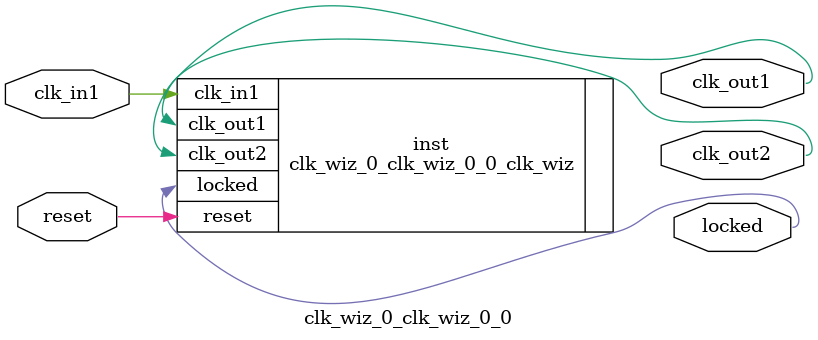
<source format=v>


`timescale 1ps/1ps

(* CORE_GENERATION_INFO = "clk_wiz_0_clk_wiz_0_0,clk_wiz_v6_0_3_0_0,{component_name=clk_wiz_0_clk_wiz_0_0,use_phase_alignment=true,use_min_o_jitter=false,use_max_i_jitter=false,use_dyn_phase_shift=false,use_inclk_switchover=false,use_dyn_reconfig=false,enable_axi=0,feedback_source=FDBK_AUTO,PRIMITIVE=MMCM,num_out_clk=2,clkin1_period=20.000,clkin2_period=10.0,use_power_down=false,use_reset=true,use_locked=true,use_inclk_stopped=false,feedback_type=SINGLE,CLOCK_MGR_TYPE=NA,manual_override=false}" *)

module clk_wiz_0_clk_wiz_0_0 
 (
  // Clock out ports
  output        clk_out1,
  output        clk_out2,
  // Status and control signals
  input         reset,
  output        locked,
 // Clock in ports
  input         clk_in1
 );

  clk_wiz_0_clk_wiz_0_0_clk_wiz inst
  (
  // Clock out ports  
  .clk_out1(clk_out1),
  .clk_out2(clk_out2),
  // Status and control signals               
  .reset(reset), 
  .locked(locked),
 // Clock in ports
  .clk_in1(clk_in1)
  );

endmodule

</source>
